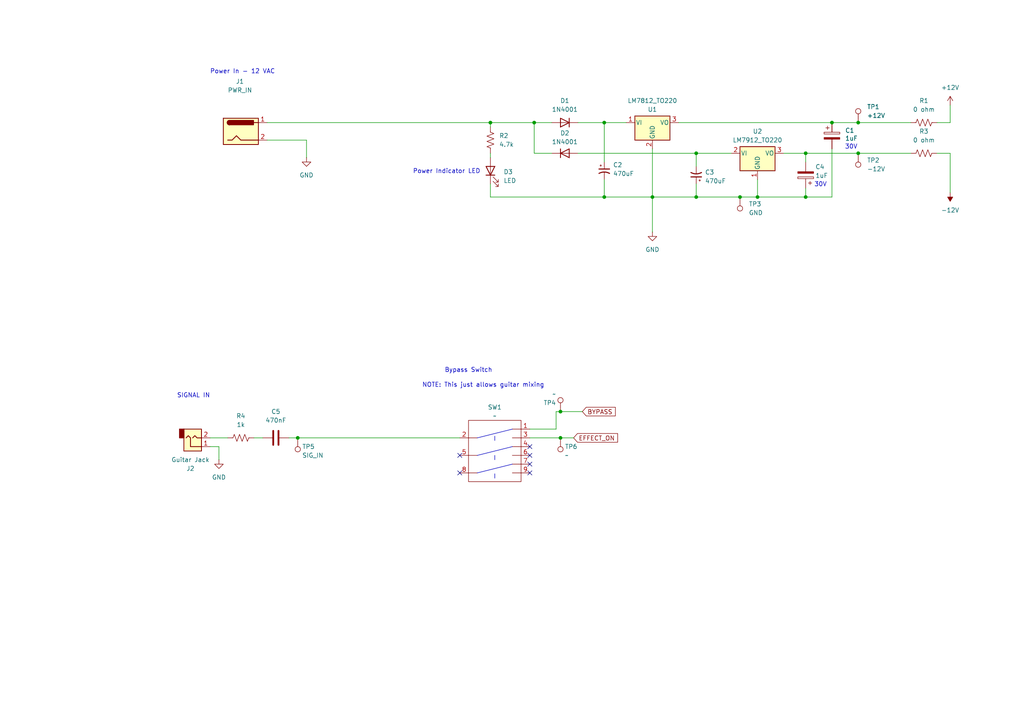
<source format=kicad_sch>
(kicad_sch (version 20250114) (generator "eeschema") (generator_version "9.0")
  (paper "A4")
  (title_block (date "2025-02-15") (rev "1.0.0"))
  (lib_symbols
    (symbol "Connector:Barrel_Jack" (pin_names (offset 1.016))
      (property "Reference" "J" (at 0 5.334 0))
      (property "Value" "Barrel_Jack" (at 0 -5.08 0))
      (symbol "Barrel_Jack_0_1"
        (rectangle (start -5.08 3.81) (end 5.08 -3.81) (stroke (width 0.254)) (fill (type background)))
        (polyline (pts (xy -3.81 -2.54) (xy -2.54 -2.54) (xy -1.27 -1.27) (xy 0 -2.54) (xy 2.54 -2.54) (xy 5.08 -2.54)) (stroke (width 0.254)))
        (arc (start -3.302 1.905) (mid -3.9343 2.54) (end -3.302 3.175) (stroke (width 0.254)))
        (arc (start -3.302 1.905) (mid -3.9343 2.54) (end -3.302 3.175) (stroke (width 0.254)) (fill (type outline)))
        (rectangle (start 3.683 3.175) (end -3.302 1.905) (stroke (width 0.254)) (fill (type outline)))
        (polyline (pts (xy 5.08 2.54) (xy 3.81 2.54)) (stroke (width 0.254)))
      )
      (symbol "Barrel_Jack_1_1"
        (pin passive line (at 7.62 2.54 180) (length 2.54) (name "~") (number "1"))
        (pin passive line (at 7.62 -2.54 180) (length 2.54) (name "~") (number "2"))
      )
    )
    (symbol "Connector:TestPoint" (pin_numbers (hide yes)) (pin_names (offset 0.762) (hide yes))
      (property "Reference" "TP" (at 0 6.858 0))
      (property "Value" "TestPoint" (at 0 5.08 0))
      (symbol "TestPoint_0_1"
        (circle (center 0 3.302) (radius 0.762))
      )
      (symbol "TestPoint_1_1"
        (pin passive line (at 0 0 90) (length 2.54) (name "1") (number "1"))
      )
    )
    (symbol "Connector_Audio:AudioJack2"
      (property "Reference" "J2" (at -0.635 8.89 0))
      (property "Value" "Guitar Jack" (at -0.635 6.35 0))
      (symbol "AudioJack2_0_1"
        (rectangle (start -3.81 0) (end -2.54 -2.54) (stroke (width 0.254)) (fill (type outline)))
        (rectangle (start -2.54 3.81) (end 2.54 -2.54) (stroke (width 0.254)) (fill (type background)))
        (polyline (pts (xy 0 0) (xy 0.635 -0.635) (xy 1.27 0) (xy 2.54 0)) (stroke (width 0.254)))
        (polyline (pts (xy 2.54 2.54) (xy -0.635 2.54) (xy -0.635 0) (xy -1.27 -0.635) (xy -1.905 0)) (stroke (width 0.254)))
      )
      (symbol "AudioJack2_1_1"
        (pin passive line (at 5.08 2.54 180) (length 2.54) (name "~") (number "1"))
        (pin passive line (at 5.08 0 180) (length 2.54) (name "~") (number "2"))
      )
    )
    (symbol "CustomSymbols:SW_3PDT"
      (property "Reference" "SW" (at 12.7 -1.016 0))
      (symbol "SW_3PDT_0_1"
        (rectangle (start 5.08 -2.54) (end 20.32 -20.32))
        (polyline (pts (xy 5.08 -5.08) (xy 7.62 -5.08)))
        (polyline (pts (xy 5.08 -7.62) (xy 5.08 -7.62)))
        (polyline (pts (xy 5.08 -7.62) (xy 5.08 -7.62)))
        (polyline (pts (xy 5.08 -7.62) (xy 7.62 -7.62)))
        (polyline (pts (xy 5.08 -10.16) (xy 7.62 -10.16)))
        (polyline (pts (xy 5.08 -12.7) (xy 7.62 -12.7)))
        (polyline (pts (xy 5.08 -15.24) (xy 7.62 -15.24)))
        (polyline (pts (xy 5.08 -17.78) (xy 7.62 -17.78)))
        (polyline (pts (xy 20.32 -7.62) (xy 17.78 -7.62)))
        (polyline (pts (xy 20.32 -12.7) (xy 17.78 -12.7)))
        (polyline (pts (xy 20.32 -17.78) (xy 17.78 -17.78)))
      )
      (symbol "SW_3PDT_1_1"
        (polyline (pts (xy 7.62 -5.08) (xy 17.78 -7.62)) (stroke (width 0) (color 0 0 194 1)))
        (polyline (pts (xy 7.62 -10.16) (xy 17.78 -12.7)) (stroke (width 0) (color 0 0 194 1)))
        (polyline (pts (xy 7.62 -15.24) (xy 17.78 -17.78)) (stroke (width 0) (color 0 0 194 1)))
        (polyline (pts (xy 12.7 -7.112) (xy 12.7 -8.382)) (stroke (width 0) (color 0 0 194 1)))
        (polyline (pts (xy 12.7 -12.7) (xy 12.7 -13.97)) (stroke (width 0) (color 0 0 194 1)))
        (polyline (pts (xy 12.7 -18.034) (xy 12.7 -19.304)) (stroke (width 0) (color 0 0 194 1)))
        (pin passive line (at 2.54 -5.08 0) (length 2.54) (name "") (number "1"))
        (pin passive line (at 2.54 -7.62 0) (length 2.54) (name "") (number "3"))
        (pin passive line (at 2.54 -10.16 0) (length 2.54) (name "") (number "4"))
        (pin passive line (at 2.54 -12.7 0) (length 2.54) (name "") (number "6"))
        (pin passive line (at 2.54 -15.24 0) (length 2.54) (name "") (number "7"))
        (pin passive line (at 2.54 -17.78 0) (length 2.54) (name "") (number "9"))
        (pin passive line (at 22.86 -7.62 180) (length 2.54) (name "") (number "2"))
        (pin passive line (at 22.86 -12.7 180) (length 2.54) (name "") (number "5"))
        (pin passive line (at 22.86 -17.78 180) (length 2.54) (name "") (number "8"))
      )
    )
    (symbol "Device:C" (pin_numbers (hide yes)) (pin_names (offset 0.254))
      (property "Reference" "C" (at 0.635 2.54 0))
      (property "Value" "C" (at 0.635 -2.54 0))
      (symbol "C_0_1"
        (polyline (pts (xy -2.032 0.762) (xy 2.032 0.762)) (stroke (width 0.508)))
        (polyline (pts (xy -2.032 -0.762) (xy 2.032 -0.762)) (stroke (width 0.508)))
      )
      (symbol "C_1_1"
        (pin passive line (at 0 3.81 270) (length 2.794) (name "~") (number "1"))
        (pin passive line (at 0 -3.81 90) (length 2.794) (name "~") (number "2"))
      )
    )
    (symbol "Device:C_Polarized" (pin_numbers (hide yes)) (pin_names (offset 0.254))
      (property "Reference" "C" (at 0.635 2.54 0))
      (property "Value" "C_Polarized" (at 0.635 -2.54 0))
      (symbol "C_Polarized_0_1"
        (rectangle (start -2.286 0.508) (end 2.286 1.016))
        (polyline (pts (xy -1.778 2.286) (xy -0.762 2.286)))
        (polyline (pts (xy -1.27 2.794) (xy -1.27 1.778)))
        (rectangle (start 2.286 -0.508) (end -2.286 -1.016) (fill (type outline)))
      )
      (symbol "C_Polarized_1_1"
        (pin passive line (at 0 3.81 270) (length 2.794) (name "~") (number "1"))
        (pin passive line (at 0 -3.81 90) (length 2.794) (name "~") (number "2"))
      )
    )
    (symbol "Device:C_Polarized_Small_US" (pin_numbers (hide yes)) (pin_names (offset 0.254) (hide yes))
      (property "Reference" "C" (at 0.254 1.778 0))
      (property "Value" "C_Polarized_Small_US" (at 0.254 -2.032 0))
      (symbol "C_Polarized_Small_US_0_1"
        (polyline (pts (xy -1.524 0.508) (xy 1.524 0.508)) (stroke (width 0.3048)))
        (polyline (pts (xy -1.27 1.524) (xy -0.762 1.524)))
        (polyline (pts (xy -1.016 1.27) (xy -1.016 1.778)))
        (arc (start -1.524 -0.762) (mid 0 -0.3734) (end 1.524 -0.762) (stroke (width 0.3048)))
      )
      (symbol "C_Polarized_Small_US_1_1"
        (pin passive line (at 0 2.54 270) (length 2.032) (name "~") (number "1"))
        (pin passive line (at 0 -2.54 90) (length 2.032) (name "~") (number "2"))
      )
    )
    (symbol "Device:D" (pin_numbers (hide yes)) (pin_names (offset 1.016) (hide yes))
      (property "Reference" "D" (at 0 2.54 0))
      (property "Value" "D" (at 0 -2.54 0))
      (symbol "D_0_1"
        (polyline (pts (xy -1.27 1.27) (xy -1.27 -1.27)) (stroke (width 0.254)))
        (polyline (pts (xy 1.27 1.27) (xy 1.27 -1.27) (xy -1.27 0) (xy 1.27 1.27)) (stroke (width 0.254)))
        (polyline (pts (xy 1.27 0) (xy -1.27 0)))
      )
      (symbol "D_1_1"
        (pin passive line (at -3.81 0 0) (length 2.54) (name "K") (number "1"))
        (pin passive line (at 3.81 0 180) (length 2.54) (name "A") (number "2"))
      )
    )
    (symbol "Device:LED" (pin_numbers (hide yes)) (pin_names (offset 1.016) (hide yes))
      (property "Reference" "D" (at 0 2.54 0))
      (property "Value" "LED" (at 0 -2.54 0))
      (symbol "LED_0_1"
        (polyline (pts (xy -3.048 -0.762) (xy -4.572 -2.286) (xy -3.81 -2.286) (xy -4.572 -2.286) (xy -4.572 -1.524)))
        (polyline (pts (xy -1.778 -0.762) (xy -3.302 -2.286) (xy -2.54 -2.286) (xy -3.302 -2.286) (xy -3.302 -1.524)))
        (polyline (pts (xy -1.27 0) (xy 1.27 0)))
        (polyline (pts (xy -1.27 -1.27) (xy -1.27 1.27)) (stroke (width 0.254)))
        (polyline (pts (xy 1.27 -1.27) (xy 1.27 1.27) (xy -1.27 0) (xy 1.27 -1.27)) (stroke (width 0.254)))
      )
      (symbol "LED_1_1"
        (pin passive line (at -3.81 0 0) (length 2.54) (name "K") (number "1"))
        (pin passive line (at 3.81 0 180) (length 2.54) (name "A") (number "2"))
      )
    )
    (symbol "Device:R_US" (pin_numbers (hide yes)) (pin_names (offset 0))
      (property "Reference" "R" (at 2.54 0 90))
      (property "Value" "R_US" (at -2.54 0 90))
      (symbol "R_US_0_1"
        (polyline (pts (xy 0 2.286) (xy 0 2.54)))
        (polyline (pts (xy 0 2.286) (xy 1.016 1.905) (xy 0 1.524) (xy -1.016 1.143) (xy 0 0.762)))
        (polyline (pts (xy 0 0.762) (xy 1.016 0.381) (xy 0 0) (xy -1.016 -0.381) (xy 0 -0.762)))
        (polyline (pts (xy 0 -0.762) (xy 1.016 -1.143) (xy 0 -1.524) (xy -1.016 -1.905) (xy 0 -2.286)))
        (polyline (pts (xy 0 -2.286) (xy 0 -2.54)))
      )
      (symbol "R_US_1_1"
        (pin passive line (at 0 3.81 270) (length 1.27) (name "~") (number "1"))
        (pin passive line (at 0 -3.81 90) (length 1.27) (name "~") (number "2"))
      )
    )
    (symbol "Regulator_Linear:LM7812_TO220" (pin_names (offset 0.254))
      (property "Reference" "U" (at -3.81 3.175 0))
      (property "Value" "LM7812_TO220" (at 0 3.175 0))
      (symbol "LM7812_TO220_0_1"
        (rectangle (start -5.08 1.905) (end 5.08 -5.08) (stroke (width 0.254)) (fill (type background)))
      )
      (symbol "LM7812_TO220_1_1"
        (pin power_in line (at -7.62 0 0) (length 2.54) (name "VI") (number "1"))
        (pin power_in line (at 0 -7.62 90) (length 2.54) (name "GND") (number "2"))
        (pin power_out line (at 7.62 0 180) (length 2.54) (name "VO") (number "3"))
      )
    )
    (symbol "Regulator_Linear:LM7912_TO220" (pin_names (offset 0.254))
      (property "Reference" "U" (at -3.81 -3.175 0))
      (property "Value" "LM7912_TO220" (at 0 -3.175 0))
      (symbol "LM7912_TO220_0_1"
        (rectangle (start -5.08 5.08) (end 5.08 -1.905) (stroke (width 0.254)) (fill (type background)))
      )
      (symbol "LM7912_TO220_1_1"
        (pin power_in line (at -7.62 0 0) (length 2.54) (name "VI") (number "2"))
        (pin power_in line (at 0 7.62 270) (length 2.54) (name "GND") (number "1"))
        (pin power_out line (at 7.62 0 180) (length 2.54) (name "VO") (number "3"))
      )
    )
    (symbol "power:+12V" (power) (pin_numbers (hide yes)) (pin_names (offset 0) (hide yes))
      (property "Value" "+12V" (at 0 3.556 0))
      (symbol "+12V_0_1"
        (polyline (pts (xy -0.762 1.27) (xy 0 2.54)))
        (polyline (pts (xy 0 2.54) (xy 0.762 1.27)))
        (polyline (pts (xy 0 0) (xy 0 2.54)))
      )
      (symbol "+12V_1_1"
        (pin power_in line (at 0 0 90) (length 0) (name "~") (number "1"))
      )
    )
    (symbol "power:-12V" (power) (pin_numbers (hide yes)) (pin_names (offset 0) (hide yes))
      (property "Value" "-12V" (at 0 3.556 0))
      (symbol "-12V_0_0"
        (pin power_in line (at 0 0 90) (length 0) (name "~") (number "1"))
      )
      (symbol "-12V_0_1"
        (polyline (pts (xy 0 0) (xy 0 1.27) (xy 0.762 1.27) (xy 0 2.54) (xy -0.762 1.27) (xy 0 1.27)) (fill (type outline)))
      )
    )
    (symbol "power:GND" (power) (pin_numbers (hide yes)) (pin_names (offset 0) (hide yes))
      (property "Value" "GND" (at 0 -3.81 0))
      (symbol "GND_0_1"
        (polyline (pts (xy 0 0) (xy 0 -1.27) (xy 1.27 -1.27) (xy 0 -2.54) (xy -1.27 -1.27) (xy 0 -1.27)))
      )
      (symbol "GND_1_1"
        (pin power_in line (at 0 0 270) (length 0) (name "~") (number "1"))
      )
    )
  )
  (text "Bypass Switch" (at 135.89 107.442 0) (effects (font (size 1.27 1.27))))
  (text "Power Indicator LED" (at 129.54 49.784 0) (effects (font (size 1.27 1.27))))
  (text "Power In - 12 VAC" (at 70.358 20.828 0) (effects (font (size 1.27 1.27))))
  (text "30V" (at 246.888 42.672 0) (effects (font (size 1.27 1.27))))
  (text "NOTE: This just allows guitar mixing" (at 122.428 111.76 0) (effects (font (size 1.27 1.27)) (justify left)))
  (text "SIGNAL IN\n" (at 56.134 114.808 0) (effects (font (size 1.27 1.27))))
  (text "30V" (at 237.998 53.594 0) (effects (font (size 1.27 1.27))))
  (junction (at 175.26 57.15))
  (junction (at 86.36 127))
  (junction (at 233.68 57.15))
  (junction (at 189.23 57.15))
  (junction (at 214.63 57.15))
  (junction (at 201.93 57.15))
  (junction (at 162.56 127))
  (junction (at 219.71 57.15))
  (junction (at 201.93 44.45))
  (junction (at 162.56 119.38))
  (junction (at 248.92 35.56))
  (junction (at 175.26 35.56))
  (junction (at 233.68 44.45))
  (junction (at 142.24 35.56))
  (junction (at 241.3 35.56))
  (junction (at 154.94 35.56))
  (junction (at 248.92 44.45))
  (no_connect (at 153.67 137.16))
  (no_connect (at 153.67 132.08))
  (no_connect (at 133.35 137.16))
  (no_connect (at 153.67 134.62))
  (no_connect (at 133.35 132.08))
  (no_connect (at 153.67 129.54))
  (wire (pts (xy 189.23 43.18) (xy 189.23 57.15)))
  (wire (pts (xy 219.71 57.15) (xy 214.63 57.15)))
  (wire (pts (xy 275.59 44.45) (xy 275.59 55.88)))
  (wire (pts (xy 63.5 129.54) (xy 60.96 129.54)))
  (wire (pts (xy 214.63 57.15) (xy 201.93 57.15)))
  (wire (pts (xy 88.9 45.72) (xy 88.9 40.64)))
  (wire (pts (xy 219.71 52.07) (xy 219.71 57.15)))
  (wire (pts (xy 201.93 57.15) (xy 189.23 57.15)))
  (wire (pts (xy 248.92 35.56) (xy 264.16 35.56)))
  (wire (pts (xy 162.56 119.38) (xy 168.91 119.38)))
  (wire (pts (xy 175.26 35.56) (xy 175.26 46.99)))
  (wire (pts (xy 167.64 35.56) (xy 175.26 35.56)))
  (wire (pts (xy 142.24 44.45) (xy 142.24 45.72)))
  (wire (pts (xy 233.68 44.45) (xy 233.68 46.99)))
  (wire (pts (xy 241.3 57.15) (xy 233.68 57.15)))
  (wire (pts (xy 162.56 127) (xy 153.67 127)))
  (wire (pts (xy 271.78 35.56) (xy 275.59 35.56)))
  (wire (pts (xy 175.26 52.07) (xy 175.26 57.15)))
  (wire (pts (xy 248.92 44.45) (xy 264.16 44.45)))
  (wire (pts (xy 88.9 40.64) (xy 77.47 40.64)))
  (wire (pts (xy 77.47 35.56) (xy 142.24 35.56)))
  (wire (pts (xy 161.29 119.38) (xy 162.56 119.38)))
  (wire (pts (xy 86.36 127) (xy 133.35 127)))
  (wire (pts (xy 161.29 124.46) (xy 153.67 124.46)))
  (wire (pts (xy 175.26 57.15) (xy 142.24 57.15)))
  (wire (pts (xy 66.04 127) (xy 60.96 127)))
  (wire (pts (xy 189.23 57.15) (xy 175.26 57.15)))
  (wire (pts (xy 161.29 119.38) (xy 161.29 124.46)))
  (wire (pts (xy 233.68 44.45) (xy 248.92 44.45)))
  (wire (pts (xy 166.37 127) (xy 162.56 127)))
  (wire (pts (xy 271.78 44.45) (xy 275.59 44.45)))
  (wire (pts (xy 233.68 57.15) (xy 219.71 57.15)))
  (wire (pts (xy 275.59 30.48) (xy 275.59 35.56)))
  (wire (pts (xy 175.26 35.56) (xy 181.61 35.56)))
  (wire (pts (xy 154.94 35.56) (xy 160.02 35.56)))
  (wire (pts (xy 227.33 44.45) (xy 233.68 44.45)))
  (wire (pts (xy 160.02 44.45) (xy 154.94 44.45)))
  (wire (pts (xy 167.64 44.45) (xy 201.93 44.45)))
  (wire (pts (xy 196.85 35.56) (xy 241.3 35.56)))
  (wire (pts (xy 83.82 127) (xy 86.36 127)))
  (wire (pts (xy 241.3 43.18) (xy 241.3 57.15)))
  (wire (pts (xy 201.93 53.34) (xy 201.93 57.15)))
  (wire (pts (xy 201.93 44.45) (xy 212.09 44.45)))
  (wire (pts (xy 142.24 36.83) (xy 142.24 35.56)))
  (wire (pts (xy 154.94 44.45) (xy 154.94 35.56)))
  (wire (pts (xy 142.24 57.15) (xy 142.24 53.34)))
  (wire (pts (xy 189.23 57.15) (xy 189.23 67.31)))
  (wire (pts (xy 201.93 48.26) (xy 201.93 44.45)))
  (wire (pts (xy 63.5 129.54) (xy 63.5 133.35)))
  (wire (pts (xy 233.68 54.61) (xy 233.68 57.15)))
  (wire (pts (xy 142.24 35.56) (xy 154.94 35.56)))
  (wire (pts (xy 248.92 35.56) (xy 241.3 35.56)))
  (wire (pts (xy 73.66 127) (xy 76.2 127)))
  (global_label "BYPASS" (shape input) (at 168.91 119.38 0) (property "Intersheetrefs" "${INTERSHEET_REFS}" (effects (hide yes))))
  (global_label "EFFECT_ON" (shape input) (at 166.37 127 0) (property "Intersheetrefs" "${INTERSHEET_REFS}" (effects (hide yes))))
  (symbol (lib_id "Connector:TestPoint") (at 162.56 127 180) (unit 1)
    (property "Reference" "TP6" (at 163.83 129.54 0) (effects (justify right)))
    (property "Value" "~" (at 163.83 132.08 0) (effects (justify right)))
    (property "Footprint" "TestPoint:TestPoint_Pad_D1.0mm" (effects (hide yes)))
    (property "Description" "test point" (effects (hide yes)))
  )
  (symbol (lib_id "Connector:TestPoint") (at 162.56 119.38 0) (unit 1)
    (property "Reference" "TP4" (at 161.29 116.84 0) (effects (justify right)))
    (property "Value" "~" (at 161.29 114.3 0) (effects (justify right)))
    (property "Footprint" "TestPoint:TestPoint_Pad_D1.0mm" (effects (hide yes)))
    (property "Description" "test point" (effects (hide yes)))
  )
  (symbol (lib_id "Device:C_Polarized") (at 233.68 50.8 180) (unit 1)
    (property "Reference" "C4" (at 236.474 48.3869 0) (effects (justify right)))
    (property "Value" "1uF" (at 236.474 50.9269 0) (effects (justify right)))
    (property "Footprint" "Capacitor_THT:CP_Radial_D5.0mm_P2.00mm" (effects (hide yes)))
    (property "Datasheet" "https://www.we-online.com/components/products/datasheet/860020672005.pdf" (effects (hide yes)))
    (property "Description" "Polarized capacitor" (effects (hide yes)))
    (property "Link" "https://www.digikey.com/en/products/detail/w%C3%BCrth-elektronik/860020672005/5727088" (effects (hide yes)))
  )
  (symbol (lib_id "Connector:TestPoint") (at 86.36 127 180) (unit 1)
    (property "Reference" "TP5" (at 87.63 129.54 0) (effects (justify right)))
    (property "Value" "SIG_IN" (at 87.63 132.08 0) (effects (justify right)))
    (property "Footprint" "TestPoint:TestPoint_Pad_D1.0mm" (effects (hide yes)))
    (property "Description" "test point" (effects (hide yes)))
  )
  (symbol (lib_id "Device:D") (at 163.83 35.56 180) (unit 1)
    (property "Reference" "D1" (at 163.83 29.21 0))
    (property "Value" "1N4001" (at 163.83 31.75 0))
    (property "Footprint" "Diode_THT:D_DO-41_SOD81_P7.62mm_Horizontal" (effects (hide yes)))
    (property "Description" "Diode" (effects (hide yes)))
    (property "Sim.Device" "D" (effects (hide yes)))
    (property "Sim.Pins" "1=K 2=A" (effects (hide yes)))
    (property "Link" "https://www.digikey.com/en/products/detail/onsemi/1N4001G/1485468" (effects (hide yes)))
  )
  (symbol (lib_id "Connector:Barrel_Jack") (at 69.85 38.1 0) (unit 1)
    (property "Reference" "J1" (at 69.596 23.622 0))
    (property "Value" "PWR_IN" (at 69.596 26.162 0))
    (property "Footprint" "Connector_PinHeader_2.54mm:PinHeader_1x02_P2.54mm_Vertical" (effects (hide yes)))
    (property "Datasheet" "https://downloads.lumberg.com/datenblaetter/en/1614_23.pdf" (effects (hide yes)))
    (property "Description" "DC Barrel Jack" (effects (hide yes)))
    (property "Link" "https://www.digikey.com/en/products/detail/lumberg-inc/1614-23/24762431" (effects (hide yes)))
  )
  (symbol (lib_id "Device:C_Polarized_Small_US") (at 201.93 50.8 180) (unit 1)
    (property "Reference" "C3" (at 204.47 49.9617 0) (effects (justify right)))
    (property "Value" "470uF" (at 204.47 52.5017 0) (effects (justify right)))
    (property "Footprint" "Capacitor_THT:CP_Radial_D10.0mm_P5.00mm" (effects (hide yes)))
    (property "Datasheet" "https://www.nichicon.co.jp/english/series_items/catalog_pdf/e-uhe.pdf" (effects (hide yes)))
    (property "Description" "Polarized capacitor, small US symbol" (effects (hide yes)))
    (property "Link" "https://www.digikey.com/en/products/detail/nichicon/UHE1C471MPD6/589264" (effects (hide yes)))
  )
  (symbol (lib_id "power:GND") (at 63.5 133.35 0) (unit 1)
    (property "Reference" "#PWR05" (effects (hide yes)))
    (property "Value" "GND" (at 63.5 138.43 0))
    (property "Description" "Power symbol creates a global label with name \"GND\" , ground" (effects (hide yes)))
  )
  (symbol (lib_id "power:GND") (at 88.9 45.72 0) (unit 1)
    (property "Reference" "#PWR02" (effects (hide yes)))
    (property "Value" "GND" (at 88.9 50.8 0))
    (property "Description" "Power symbol creates a global label with name \"GND\" , ground" (effects (hide yes)))
  )
  (symbol (lib_id "Device:D") (at 163.83 44.45 0) (mirror x) (unit 1)
    (property "Reference" "D2" (at 163.83 38.608 0))
    (property "Value" "1N4001" (at 163.83 41.148 0))
    (property "Footprint" "Diode_THT:D_DO-41_SOD81_P7.62mm_Horizontal" (effects (hide yes)))
    (property "Description" "Diode" (effects (hide yes)))
    (property "Sim.Device" "D" (effects (hide yes)))
    (property "Sim.Pins" "1=K 2=A" (effects (hide yes)))
    (property "Link" "https://www.digikey.com/en/products/detail/onsemi/1N4001G/1485468" (effects (hide yes)))
  )
  (symbol (lib_id "CustomSymbols:SW_3PDT") (at 156.21 119.38 0) (mirror y) (unit 1)
    (property "Reference" "SW1" (at 143.51 118.11 0))
    (property "Value" "~" (at 143.51 120.65 0))
    (property "Footprint" "Connector_PinSocket_2.54mm:PinSocket_1x09_P2.54mm_Vertical" (effects (hide yes)))
    (property "Link" "https://lovemyswitches.com/pro-3pdt-latched-foot-switch-solder-lugs-feather-soft-click/" (effects (hide yes)))
  )
  (symbol (lib_id "Connector_Audio:AudioJack2") (at 55.88 127 0) (mirror x) (unit 1)
    (property "Reference" "J2" (at 55.245 135.89 0))
    (property "Value" "Guitar Jack" (at 55.245 133.35 0))
    (property "Footprint" "Connector_PinHeader_2.54mm:PinHeader_1x02_P2.54mm_Vertical" (effects (hide yes)))
    (property "Description" "Audio Jack, 2 Poles (Mono / TS)" (effects (hide yes)))
    (property "Link" "https://www.digikey.com/en/products/detail/switchcraft-inc/L11/109521" (effects (hide yes)))
  )
  (symbol (lib_id "power:GND") (at 189.23 67.31 0) (unit 1)
    (property "Reference" "#PWR04" (effects (hide yes)))
    (property "Value" "GND" (at 189.23 72.39 0))
    (property "Description" "Power symbol creates a global label with name \"GND\" , ground" (effects (hide yes)))
  )
  (symbol (lib_id "Device:C_Polarized_Small_US") (at 175.26 49.53 0) (unit 1)
    (property "Reference" "C2" (at 177.8 47.8281 0) (effects (justify left)))
    (property "Value" "470uF" (at 177.8 50.3681 0) (effects (justify left)))
    (property "Footprint" "Capacitor_THT:CP_Radial_D10.0mm_P5.00mm" (effects (hide yes)))
    (property "Datasheet" "https://www.nichicon.co.jp/english/series_items/catalog_pdf/e-uhe.pdf" (effects (hide yes)))
    (property "Description" "Polarized capacitor, small US symbol" (effects (hide yes)))
    (property "Link" "https://www.digikey.com/en/products/detail/nichicon/UHE1C471MPD6/589264" (effects (hide yes)))
  )
  (symbol (lib_id "Device:LED") (at 142.24 49.53 90) (unit 1)
    (property "Reference" "D3" (at 146.05 49.8474 90) (effects (justify right)))
    (property "Value" "LED" (at 146.05 52.3874 90) (effects (justify right)))
    (property "Footprint" "LED_THT:LED_D1.8mm_W3.3mm_H2.4mm" (effects (hide yes)))
    (property "Description" "Light emitting diode" (effects (hide yes)))
  )
  (symbol (lib_id "Connector:TestPoint") (at 214.63 57.15 180) (unit 1)
    (property "Reference" "TP3" (at 217.17 59.1819 0) (effects (justify right)))
    (property "Value" "GND" (at 217.17 61.7219 0) (effects (justify right)))
    (property "Footprint" "TestPoint:TestPoint_Pad_D1.0mm" (effects (hide yes)))
    (property "Description" "test point" (effects (hide yes)))
  )
  (symbol (lib_id "Connector:TestPoint") (at 248.92 35.56 0) (unit 1)
    (property "Reference" "TP1" (at 251.46 30.9879 0) (effects (justify left)))
    (property "Value" "+12V" (at 251.46 33.5279 0) (effects (justify left)))
    (property "Footprint" "TestPoint:TestPoint_Pad_D1.0mm" (effects (hide yes)))
    (property "Description" "test point" (effects (hide yes)))
  )
  (symbol (lib_id "Device:R_US") (at 142.24 40.64 0) (unit 1)
    (property "Reference" "R2" (at 144.78 39.3699 0) (effects (justify left)))
    (property "Value" "4.7k" (at 144.78 41.9099 0) (effects (justify left)))
    (property "Footprint" "Resistor_THT:R_Axial_DIN0204_L3.6mm_D1.6mm_P5.08mm_Horizontal" (effects (hide yes)))
    (property "Datasheet" "https://www.seielect.com/catalog/sei-cf_cfm.pdf" (effects (hide yes)))
    (property "Description" "Resistor, US symbol" (effects (hide yes)))
    (property "Link" "https://www.digikey.com/en/products/detail/stackpole-electronics-inc/CF12JT4K70/1741152" (effects (hide yes)))
  )
  (symbol (lib_id "Device:R_US") (at 267.97 35.56 90) (unit 1)
    (property "Reference" "R1" (at 267.97 29.21 90))
    (property "Value" "0 ohm" (at 267.97 31.75 90))
    (property "Footprint" "Connector_PinHeader_1.00mm:PinHeader_1x02_P1.00mm_Vertical" (effects (hide yes)))
    (property "Description" "Resistor, US symbol" (effects (hide yes)))
  )
  (symbol (lib_id "Device:R_US") (at 69.85 127 90) (unit 1)
    (property "Reference" "R4" (at 69.85 120.65 90))
    (property "Value" "1k" (at 69.85 123.19 90))
    (property "Footprint" "Resistor_THT:R_Axial_DIN0204_L3.6mm_D1.6mm_P5.08mm_Horizontal" (effects (hide yes)))
    (property "Datasheet" "https://www.seielect.com/catalog/sei-cf_cfm.pdf" (effects (hide yes)))
    (property "Description" "Resistor, US symbol" (effects (hide yes)))
    (property "Link" "https://www.digikey.com/en/products/detail/stackpole-electronics-inc/CF12JT1K00/1741062" (effects (hide yes)))
  )
  (symbol (lib_id "Regulator_Linear:LM7912_TO220") (at 219.71 44.45 0) (mirror x) (unit 1)
    (property "Reference" "U2" (at 219.71 38.1 0))
    (property "Value" "LM7912_TO220" (at 219.71 40.64 0))
    (property "Footprint" "Package_TO_SOT_THT:TO-220-3_Horizontal_TabDown" (effects (hide yes)))
    (property "Datasheet" "hhttps://www.onsemi.com/pub/Collateral/MC7900-D.PDF" (effects (hide yes)))
    (property "Description" "Negative 1A 35V Linear Regulator, Fixed Output 12V, TO-220" (effects (hide yes)))
    (property "Link" "https://www.digikey.com/en/products/detail/texas-instruments/LM7912CT-NOPB/6355" (effects (hide yes)))
  )
  (symbol (lib_id "Device:C_Polarized") (at 241.3 39.37 0) (unit 1)
    (property "Reference" "C1" (at 245.11 37.846 0) (effects (justify left)))
    (property "Value" "1uF" (at 245.11 40.132 0) (effects (justify left)))
    (property "Footprint" "Capacitor_THT:CP_Radial_D5.0mm_P2.00mm" (effects (hide yes)))
    (property "Datasheet" "https://www.we-online.com/components/products/datasheet/860020672005.pdf" (effects (hide yes)))
    (property "Description" "Polarized capacitor" (effects (hide yes)))
    (property "Link" "https://www.digikey.com/en/products/detail/w%C3%BCrth-elektronik/860020672005/5727088" (effects (hide yes)))
  )
  (symbol (lib_id "Regulator_Linear:LM7812_TO220") (at 189.23 35.56 0) (unit 1)
    (property "Reference" "U1" (at 189.23 31.75 0))
    (property "Value" "LM7812_TO220" (at 189.23 29.21 0))
    (property "Footprint" "Package_TO_SOT_THT:TO-220-3_Horizontal_TabDown" (effects (hide yes)))
    (property "Datasheet" "https://www.onsemi.cn/PowerSolutions/document/MC7800-D.PDF" (effects (hide yes)))
    (property "Description" "Positive 1A 35V Linear Regulator, Fixed Output 12V, TO-220" (effects (hide yes)))
    (property "Link" "https://www.digikey.com/en/products/detail/texas-instruments/LM7812CT-NOPB/3901975" (effects (hide yes)))
  )
  (symbol (lib_id "power:+12V") (at 275.59 30.48 0) (unit 1)
    (property "Reference" "#PWR01" (effects (hide yes)))
    (property "Value" "+12V" (at 275.59 25.4 0))
    (property "Description" "Power symbol creates a global label with name \"+12V\"" (effects (hide yes)))
  )
  (symbol (lib_id "Device:C") (at 80.01 127 90) (unit 1)
    (property "Reference" "C5" (at 80.01 119.38 90))
    (property "Value" "470nF" (at 80.01 121.92 90))
    (property "Footprint" "Capacitor_THT:C_Disc_D5.0mm_W2.5mm_P2.50mm" (effects (hide yes)))
    (property "Datasheet" "https://product.tdk.com/en/system/files/dam/doc/product/capacitor/ceramic/lead-mlcc/catalog/leadmlcc_halogenfree_fg_en.pdf" (effects (hide yes)))
    (property "Description" "Unpolarized capacitor" (effects (hide yes)))
    (property "Link" "https://www.digikey.com/en/products/detail/tdk-corporation/FG14X7R1E474KNT06/5800326" (effects (hide yes)))
  )
  (symbol (lib_id "Connector:TestPoint") (at 248.92 44.45 180) (unit 1)
    (property "Reference" "TP2" (at 251.46 46.4819 0) (effects (justify right)))
    (property "Value" "-12V" (at 251.46 49.0219 0) (effects (justify right)))
    (property "Footprint" "TestPoint:TestPoint_Pad_D1.0mm" (effects (hide yes)))
    (property "Description" "test point" (effects (hide yes)))
  )
  (symbol (lib_id "Device:R_US") (at 267.97 44.45 90) (unit 1)
    (property "Reference" "R3" (at 267.97 38.1 90))
    (property "Value" "0 ohm" (at 267.97 40.64 90))
    (property "Footprint" "Connector_PinHeader_1.00mm:PinHeader_1x02_P1.00mm_Vertical" (effects (hide yes)))
    (property "Description" "Resistor, US symbol" (effects (hide yes)))
  )
  (symbol (lib_id "power:-12V") (at 275.59 55.88 0) (mirror x) (unit 1)
    (property "Reference" "#PWR03" (effects (hide yes)))
    (property "Value" "-12V" (at 275.59 60.96 0))
    (property "Description" "Power symbol creates a global label with name \"-12V\"" (effects (hide yes)))
  )
)
</source>
